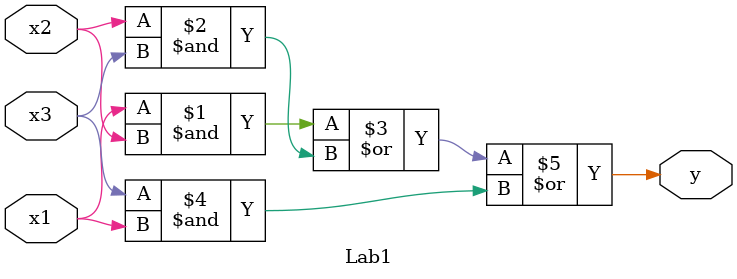
<source format=sv>
`timescale 1ns / 1ps


module Lab1(

    input x1,
    input x2,
    input x3,
    output y
    );
    
    assign y = (x1&x2) | (x2&x3) | (x3&x1);
    
endmodule

</source>
